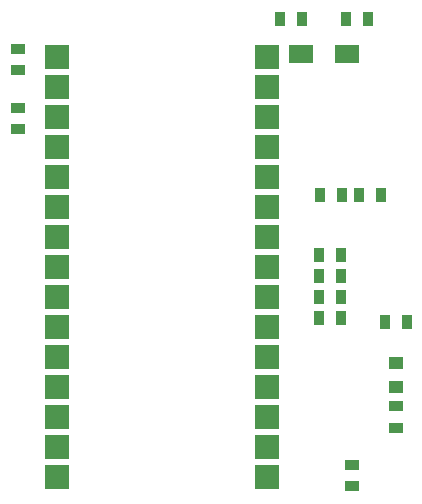
<source format=gbr>
%TF.GenerationSoftware,Altium Limited,Altium Designer,22.10.1 (41)*%
G04 Layer_Color=8421504*
%FSLAX26Y26*%
%MOIN*%
%TF.SameCoordinates,59CDB8F9-364B-4C5A-A8AF-F7A69B8E0267*%
%TF.FilePolarity,Positive*%
%TF.FileFunction,Paste,Top*%
%TF.Part,Single*%
G01*
G75*
%TA.AperFunction,BGAPad,CuDef*%
%ADD10R,0.080000X0.080000*%
%TA.AperFunction,SMDPad,CuDef*%
%ADD11R,0.051181X0.037402*%
%ADD12R,0.047244X0.043307*%
%ADD13R,0.037402X0.051181*%
%ADD14R,0.084646X0.064961*%
D10*
X250000Y1475000D02*
D03*
Y1375000D02*
D03*
Y1275000D02*
D03*
Y1175000D02*
D03*
Y1075000D02*
D03*
Y975000D02*
D03*
Y875000D02*
D03*
Y775000D02*
D03*
Y675000D02*
D03*
Y575000D02*
D03*
Y475000D02*
D03*
Y375000D02*
D03*
Y275000D02*
D03*
Y175000D02*
D03*
X950000Y1575000D02*
D03*
Y1475000D02*
D03*
Y1375000D02*
D03*
Y1275000D02*
D03*
Y1175000D02*
D03*
Y1075000D02*
D03*
Y975000D02*
D03*
Y875000D02*
D03*
Y775000D02*
D03*
Y175000D02*
D03*
Y275000D02*
D03*
Y375000D02*
D03*
Y475000D02*
D03*
Y575000D02*
D03*
Y675000D02*
D03*
X250000Y1575000D02*
D03*
D11*
X1380000Y411417D02*
D03*
Y338583D02*
D03*
X120000Y1333583D02*
D03*
Y1406417D02*
D03*
Y1530000D02*
D03*
Y1602835D02*
D03*
X1235000Y143583D02*
D03*
Y216417D02*
D03*
D12*
X1380000Y473661D02*
D03*
Y556339D02*
D03*
D13*
X1196417Y775000D02*
D03*
X1123583D02*
D03*
X1343583Y690000D02*
D03*
X1416417D02*
D03*
X1196417Y705000D02*
D03*
X1123583D02*
D03*
Y845000D02*
D03*
X1196417D02*
D03*
X1123583Y915000D02*
D03*
X1196417D02*
D03*
X993583Y1700000D02*
D03*
X1066417D02*
D03*
X1213583D02*
D03*
X1286417D02*
D03*
X1331417Y1115000D02*
D03*
X1258583D02*
D03*
X1128583D02*
D03*
X1201417D02*
D03*
D14*
X1216772Y1585000D02*
D03*
X1063228D02*
D03*
%TF.MD5,07e30862fa60e392d3e3adc851d4ec32*%
M02*

</source>
